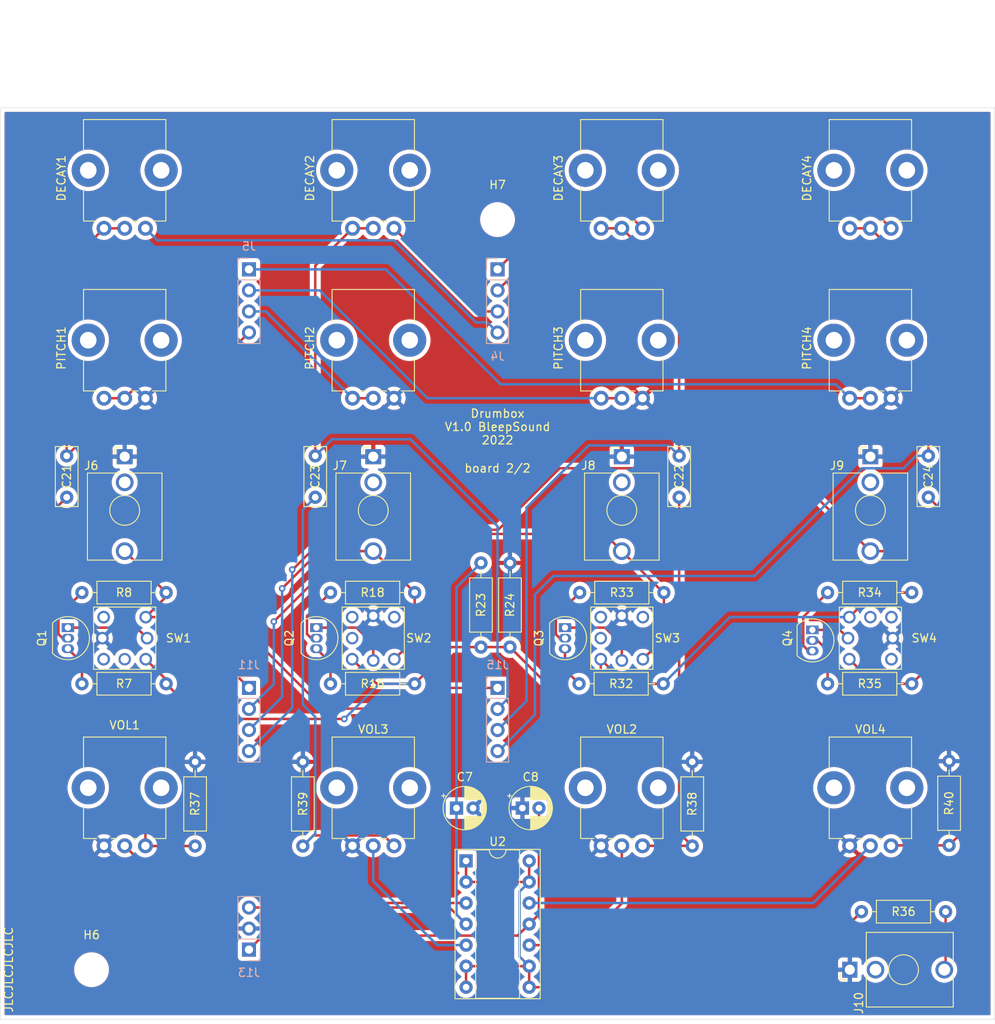
<source format=kicad_pcb>
(kicad_pcb (version 20211014) (generator pcbnew)
  (layers (0 "F.Cu" signal) (31 "B.Cu" signal) (34 "B.Paste" user) (35 "F.Paste" user) (36 "B.SilkS" user "B.Silkscreen") (37 "F.SilkS" user "F.Silkscreen") (38 "B.Mask" user) (39 "F.Mask" user) (44 "Edge.Cuts" user))
  (net 0 "")
  (net 1 "GND")
  (net 2 "O1")
  (net 3 "PIOut2")
  (net 4 "O2")
  (net 5 "PIOut3")
  (net 6 "O3")
  (net 7 "PIOut4")
  (net 8 "O4")
  (net 9 "In1")
  (net 10 "In2")
  (net 11 "In3")
  (net 12 "In4")
  (net 13 "+12V")
  (net 14 "-12V")
  (net 15 "Net-(C23-Pad2)")
  (net 16 "Net-(C24-Pad2)")
  (net 17 "DEIn1")
  (net 18 "DEIn2")
  (net 19 "DEIn3")
  (net 20 "DEIn4")
  (net 21 "PIOut1")
  (net 27 "Out1")
  (net 28 "Net-(Q1-Pad2)")
  (net 29 "Net-(Q1-Pad3)")
  (net 30 "Net-(Q2-Pad2)")
  (net 31 "Net-(Q2-Pad3)")
  (net 32 "Net-(Q3-Pad2)")
  (net 33 "Net-(Q3-Pad3)")
  (net 34 "Net-(Q4-Pad2)")
  (net 35 "Net-(Q4-Pad3)")
  (net 36 "Net-(U2-Pad3)")
  (net 37 "Net-(U2-Pad10)")
  (net 38 "Net-(U2-Pad5)")
  (net 39 "Net-(U2-Pad12)")
  (net 40 "Net-(Q1-Pad1)")
  (net 41 "Net-(Q2-Pad1)")
  (net 42 "Net-(Q3-Pad1)")
  (net 43 "Net-(Q4-Pad1)")
  (net 44 "+5V")
  (net 53 "Net-(C21-Pad2)")
  (net 54 "Net-(C22-Pad2)")
  (net 55 "Net-(J10-PadT)")
  (footprint "Potentiometer_THT:Potentiometer_Bourns_PTV09A-1_Single_Vertical" (layer "F.Cu") (at 91 45.55 90)
    (fp_text reference "DECAY1")
    (fp_text value "470k")
  )
  (footprint "Synth:PB01-109TL" (layer "F.Cu") (at 148.5 95)
    (fp_text reference "SW3")
    (fp_text value "SW_MEC_LOW_PROF_LED")
  )
  (footprint "Resistor_THT:R_Axial_DIN0207_L6.3mm_D2.5mm_P10.16mm_Horizontal" (layer "F.Cu") (at 110 120.08 90)
    (fp_text reference "R39")
    (fp_text value "1M")
  )
  (footprint "Resistor_THT:R_Axial_DIN0207_L6.3mm_D2.5mm_P10.16mm_Horizontal" (layer "F.Cu") (at 187.58 128 180)
    (fp_text reference "R36")
    (fp_text value "1k")
  )
  (footprint "Potentiometer_THT:Potentiometer_Bourns_PTV09A-1_Single_Vertical" (layer "F.Cu") (at 91 66.05 90)
    (fp_text reference "PITCH1")
    (fp_text value "10k")
  )
  (footprint "MountingHole:MountingHole_3.2mm_M3" (layer "F.Cu") (at 84.5 135)
    (fp_text reference "H6")
    (fp_text value "SpacerHoles")
  )
  (footprint "Resistor_THT:R_Axial_DIN0207_L6.3mm_D2.5mm_P10.16mm_Horizontal" (layer "F.Cu") (at 93.5 89.5 180)
    (fp_text reference "R8")
    (fp_text value "100k")
  )
  (footprint "Resistor_THT:R_Axial_DIN0207_L6.3mm_D2.5mm_P10.16mm_Horizontal" (layer "F.Cu") (at 123.5 100.5 180)
    (fp_text reference "R16")
    (fp_text value "1k")
  )
  (footprint "Resistor_THT:R_Axial_DIN0207_L6.3mm_D2.5mm_P10.16mm_Horizontal" (layer "F.Cu") (at 153.5 100.5 180)
    (fp_text reference "R32")
    (fp_text value "1k")
  )
  (footprint "Capacitor_THT:CP_Radial_D5.0mm_P2.00mm" (layer "F.Cu") (at 136.5 115.5)
    (fp_text reference "C8")
    (fp_text value "100n")
  )
  (footprint "Connector_Audio:Jack_3.5mm_QingPu_WQP-PJ398SM_Vertical_CircularHoles" (layer "F.Cu") (at 176.02 135 90)
    (fp_text reference "J10")
    (fp_text value "Main OUT")
  )
  (footprint "Potentiometer_THT:Potentiometer_Bourns_PTV09A-1_Single_Vertical" (layer "F.Cu") (at 151 120.05 90)
    (fp_text reference "VOL2")
    (fp_text value "10k")
  )
  (footprint "Package_TO_SOT_THT:TO-92_Inline" (layer "F.Cu") (at 141.64 93.73 -90)
    (fp_text reference "Q3")
    (fp_text value "2N3904")
  )
  (footprint "Potentiometer_THT:Potentiometer_Bourns_PTV09A-1_Single_Vertical" (layer "F.Cu") (at 151 45.55 90)
    (fp_text reference "DECAY3")
    (fp_text value "470k")
  )
  (footprint "Package_TO_SOT_THT:TO-92_Inline" (layer "F.Cu") (at 81.64 93.73 -90)
    (fp_text reference "Q1")
    (fp_text value "2N3904")
  )
  (footprint "Potentiometer_THT:Potentiometer_Bourns_PTV09A-1_Single_Vertical" (layer "F.Cu") (at 151 66.05 90)
    (fp_text reference "PITCH3")
    (fp_text value "10k")
  )
  (footprint "Potentiometer_THT:Potentiometer_Bourns_PTV09A-1_Single_Vertical" (layer "F.Cu") (at 121 45.55 90)
    (fp_text reference "DECAY2")
    (fp_text value "470k")
  )
  (footprint "Connector_Audio:Jack_3.5mm_QingPu_WQP-PJ398SM_Vertical_CircularHoles" (layer "F.Cu") (at 118.5 73.1)
    (fp_text reference "J7")
    (fp_text value "HBonga IN")
  )
  (footprint "Package_DIP:DIP-14_W7.62mm_Socket" (layer "F.Cu") (at 129.7 121.875)
    (fp_text reference "U2")
    (fp_text value "TL074")
  )
  (footprint "Resistor_THT:R_Axial_DIN0207_L6.3mm_D2.5mm_P10.16mm_Horizontal" (layer "F.Cu") (at 123.5 89.5 180)
    (fp_text reference "R18")
    (fp_text value "100k")
  )
  (footprint "Capacitor_THT:CP_Radial_D5.0mm_P2.00mm" (layer "F.Cu") (at 128.544887 115.5)
    (fp_text reference "C7")
    (fp_text value "100n")
  )
  (footprint "Capacitor_THT:C_Disc_D7.0mm_W2.5mm_P5.00mm" (layer "F.Cu") (at 81.5 73 -90)
    (fp_text reference "C21")
    (fp_text value ".1µF")
  )
  (footprint "Synth:PB01-109TL" (layer "F.Cu") (at 178.5 95 -90)
    (fp_text reference "SW4")
    (fp_text value "SW_MEC_LOW_PROF_LED")
  )
  (footprint "Capacitor_THT:C_Disc_D7.0mm_W2.5mm_P5.00mm" (layer "F.Cu") (at 185.5 73 -90)
    (fp_text reference "C24")
    (fp_text value ".1µF")
  )
  (footprint "Capacitor_THT:C_Disc_D7.0mm_W2.5mm_P5.00mm" (layer "F.Cu") (at 111.5 73 -90)
    (fp_text reference "C23")
    (fp_text value ".1µF")
  )
  (footprint "Synth:PB01-109TL" (layer "F.Cu") (at 118.5 95)
    (fp_text reference "SW2")
    (fp_text value "SW_MEC_LOW_PROF_LED")
  )
  (footprint "Potentiometer_THT:Potentiometer_Bourns_PTV09A-1_Single_Vertical" (layer "F.Cu") (at 181 66.05 90)
    (fp_text reference "PITCH4")
    (fp_text value "10k")
  )
  (footprint "Resistor_THT:R_Axial_DIN0207_L6.3mm_D2.5mm_P10.16mm_Horizontal" (layer "F.Cu") (at 93.5 100.5 180)
    (fp_text reference "R7")
    (fp_text value "1k")
  )
  (footprint "Resistor_THT:R_Axial_DIN0207_L6.3mm_D2.5mm_P10.16mm_Horizontal" (layer "F.Cu") (at 188 120 90)
    (fp_text reference "R40")
    (fp_text value "1M")
  )
  (footprint "Connector_Audio:Jack_3.5mm_QingPu_WQP-PJ398SM_Vertical_CircularHoles" (layer "F.Cu") (at 148.5 73.1)
    (fp_text reference "J8")
    (fp_text value "LBonga IN")
  )
  (footprint "Potentiometer_THT:Potentiometer_Bourns_PTV09A-1_Single_Vertical" (layer "F.Cu") (at 121 120.05 90)
    (fp_text reference "VOL3")
    (fp_text value "10k")
  )
  (footprint "Connector_Audio:Jack_3.5mm_QingPu_WQP-PJ398SM_Vertical_CircularHoles" (layer "F.Cu") (at 178.5 73.1)
    (fp_text reference "J9")
    (fp_text value "Clave IN")
  )
  (footprint "Resistor_THT:R_Axial_DIN0207_L6.3mm_D2.5mm_P10.16mm_Horizontal" (layer "F.Cu") (at 135 96.08 90)
    (fp_text reference "R24")
    (fp_text value "33k")
  )
  (footprint "Synth:PB01-109TL" (layer "F.Cu") (at 88.5 95 90)
    (fp_text reference "SW1")
    (fp_text value "SW_MEC_LOW_PROF_LED")
  )
  (footprint "Package_TO_SOT_THT:TO-92_Inline" (layer "F.Cu") (at 111.64 93.73 -90)
    (fp_text reference "Q2")
    (fp_text value "2N3904")
  )
  (footprint "Resistor_THT:R_Axial_DIN0207_L6.3mm_D2.5mm_P10.16mm_Horizontal" (layer "F.Cu") (at 131.5 85.92 -90)
    (fp_text reference "R23")
    (fp_text value "47k")
  )
  (footprint "Potentiometer_THT:Potentiometer_Bourns_PTV09A-1_Single_Vertical" (layer "F.Cu") (at 121 66.05 90)
    (fp_text reference "PITCH2")
    (fp_text value "10k")
  )
  (footprint "Resistor_THT:R_Axial_DIN0207_L6.3mm_D2.5mm_P10.16mm_Horizontal" (layer "F.Cu") (at 183.5 100.5 180)
    (fp_text reference "R35")
    (fp_text value "100k")
  )
  (footprint "Capacitor_THT:C_Disc_D7.0mm_W2.5mm_P5.00mm" (layer "F.Cu") (at 155.42 73 -90)
    (fp_text reference "C22")
    (fp_text value ".1µF")
  )
  (footprint "Resistor_THT:R_Axial_DIN0207_L6.3mm_D2.5mm_P10.16mm_Horizontal" (layer "F.Cu") (at 183.5 89.5 180)
    (fp_text reference "R34")
    (fp_text value "1k")
  )
  (footprint "Resistor_THT:R_Axial_DIN0207_L6.3mm_D2.5mm_P10.16mm_Horizontal" (layer "F.Cu") (at 157 120.08 90)
    (fp_text reference "R38")
    (fp_text value "1M")
  )
  (footprint "Package_TO_SOT_THT:TO-92_Inline" (layer "F.Cu") (at 171.5 94 -90)
    (fp_text reference "Q4")
    (fp_text value "2N3904")
  )
  (footprint "Potentiometer_THT:Potentiometer_Bourns_PTV09A-1_Single_Vertical" (layer "F.Cu") (at 181 45.55 90)
    (fp_text reference "DECAY4")
    (fp_text value "470k")
  )
  (footprint "Potentiometer_THT:Potentiometer_Bourns_PTV09A-1_Single_Vertical" (layer "F.Cu") (at 91 120.05 90)
    (fp_text reference "VOL1")
    (fp_text value "10k")
  )
  (footprint "Potentiometer_THT:Potentiometer_Bourns_PTV09A-1_Single_Vertical" (layer "F.Cu") (at 181 120.05 90)
    (fp_text reference "VOL4")
    (fp_text value "10k")
  )
  (footprint "MountingHole:MountingHole_3.2mm_M3" (layer "F.Cu") (at 133.5 44.5)
    (fp_text reference "H7")
    (fp_text value "SpacerHoles")
  )
  (footprint "Resistor_THT:R_Axial_DIN0207_L6.3mm_D2.5mm_P10.16mm_Horizontal" (layer "F.Cu") (at 153.58 89.5 180)
    (fp_text reference "R33")
    (fp_text value "100k")
  )
  (footprint "Connector_Audio:Jack_3.5mm_QingPu_WQP-PJ398SM_Vertical_CircularHoles" (layer "F.Cu") (at 88.5 73.1)
    (fp_text reference "J6")
    (fp_text value "Bass IN")
  )
  (footprint "Resistor_THT:R_Axial_DIN0207_L6.3mm_D2.5mm_P10.16mm_Horizontal" (layer "F.Cu") (at 97 120.08 90)
    (fp_text reference "R37")
    (fp_text value "1M")
  )
  (footprint "Connector_PinSocket_2.54mm:PinSocket_1x04_P2.54mm_Vertical" (layer "B.Cu") (at 133.5 101 180)
    (fp_text reference "J15")
    (fp_text value "Conn_01x04_Female")
  )
  (footprint "Connector_PinSocket_2.54mm:PinSocket_1x04_P2.54mm_Vertical" (layer "B.Cu") (at 103.5 101 180)
    (fp_text reference "J11")
    (fp_text value "Conn_01x04_Female")
  )
  (footprint "Connector_PinSocket_2.54mm:PinSocket_1x04_P2.54mm_Vertical" (layer "B.Cu") (at 133.5 50.5 180)
    (fp_text reference "J4")
    (fp_text value "Conn_01x04_Female")
  )
  (footprint "Connector_PinSocket_2.54mm:PinSocket_1x04_P2.54mm_Vertical" (layer "B.Cu") (at 103.5 50.5 180)
    (fp_text reference "J5")
    (fp_text value "Conn_01x04_Female")
  )
  (footprint "Connector_PinSocket_2.54mm:PinSocket_1x03_P2.54mm_Vertical" (layer "B.Cu") (at 103.5 132.58)
    (fp_text reference "J13")
    (fp_text value "Conn_01x03_Female")
  )
  (gr_line (start 73.5 31) (end 193.5 31) (layer "Edge.Cuts") (width 0.05))
  (gr_line (start 193.5 31) (end 193.500001 141) (layer "Edge.Cuts") (width 0.05))
  (gr_line (start 73.5 31) (end 73.5 141) (layer "Edge.Cuts") (width 0.05))
  (gr_line (start 73.5 141) (end 193.500001 141) (layer "Edge.Cuts") (width 0.05))
  (gr_text "board 2/2" (at 133.5 74.5) (layer "F.SilkS") (effects (font (size 1 1))))
  (gr_text "Drumbox\nV1.0 BleepSound\n2022" (at 133.5 69.5) (layer "F.SilkS") (effects (font (size 1 1))))
  (gr_text "JLCJLCJLCJLC\n" (at 74.5 135 90) (layer "F.SilkS") (effects (font (size 1 1))))
  (segment (start 112.5 103.5) (end 96 87) (width 0.3) (layer "F.Cu") (net 2))
  (segment (start 133.5 101) (end 127 101) (width 0.3) (layer "F.Cu") (net 2))
  (segment (start 96 87) (end 96 73.5) (width 0.3) (layer "F.Cu") (net 2))
  (segment (start 86 45.55) (end 88.5 45.55) (width 0.3) (layer "F.Cu") (net 2))
  (segment (start 94 71.5) (end 83 71.5) (width 0.3) (layer "F.Cu") (net 2))
  (segment (start 81.5 50.05) (end 81.5 73) (width 0.3) (layer "F.Cu") (net 2))
  (segment (start 124.5 103.5) (end 112.5 103.5) (width 0.3) (layer "F.Cu") (net 2))
  (segment (start 86 45.55) (end 81.5 50.05) (width 0.3) (layer "F.Cu") (net 2))
  (segment (start 83 71.5) (end 81.5 73) (width 0.3) (layer "F.Cu") (net 2))
  (segment (start 96 73.5) (end 94 71.5) (width 0.3) (layer "F.Cu") (net 2))
  (segment (start 127 101) (end 124.5 103.5) (width 0.3) (layer "F.Cu") (net 2))
  (segment (start 116 66.05) (end 118.5 66.05) (width 0.3) (layer "F.Cu") (net 3))
  (segment (start 105.53 55.58) (end 103.5 55.58) (width 0.3) (layer "B.Cu") (net 3))
  (segment (start 116 66.05) (end 105.53 55.58) (width 0.3) (layer "B.Cu") (net 3))
  (segment (start 111.5 50.05) (end 111.5 73) (width 0.3) (layer "F.Cu") (net 4))
  (segment (start 116 45.55) (end 118.5 45.55) (width 0.3) (layer "F.Cu") (net 4))
  (segment (start 116 45.55) (end 111.5 50.05) (width 0.3) (layer "F.Cu") (net 4))
  (segment (start 133.5 81.5) (end 123 71) (width 0.3) (layer "B.Cu") (net 4))
  (segment (start 134.7 98.2) (end 133.5 97) (width 0.3) (layer "B.Cu") (net 4))
  (segment (start 123 71) (end 113.5 71) (width 0.3) (layer "B.Cu") (net 4))
  (segment (start 133.5 103.54) (end 134.7 102.34) (width 0.3) (layer "B.Cu") (net 4))
  (segment (start 133.5 97) (end 133.5 81.5) (width 0.3) (layer "B.Cu") (net 4))
  (segment (start 134.7 102.34) (end 134.7 98.2) (width 0.3) (layer "B.Cu") (net 4))
  (segment (start 113.5 71) (end 111.5 73) (width 0.3) (layer "B.Cu") (net 4))
  (segment (start 146 66.05) (end 148.5 66.05) (width 0.3) (layer "F.Cu") (net 5))
  (segment (start 112.04 53.04) (end 103.5 53.04) (width 0.3) (layer "B.Cu") (net 5))
  (segment (start 125.05 66.05) (end 112.04 53.04) (width 0.3) (layer "B.Cu") (net 5))
  (segment (start 146 66.05) (end 125.05 66.05) (width 0.3) (layer "B.Cu") (net 5))
  (segment (start 146 45.55) (end 148.5 45.55) (width 0.3) (layer "F.Cu") (net 6))
  (segment (start 155.42 52.47) (end 148.5 45.55) (width 0.3) (layer "F.Cu") (net 6))
  (segment (start 155.42 73) (end 155.42 52.47) (width 0.3) (layer "F.Cu") (net 6))
  (segment (start 137 102.5) (end 137 102.58) (width 0.3) (layer "B.Cu") (net 6))
  (segment (start 137 102.58) (end 133.5 106.08) (width 0.3) (layer "B.Cu") (net 6))
  (segment (start 154.17 71.75) (end 144.5 71.75) (width 0.3) (layer "B.Cu") (net 6))
  (segment (start 144.5 71.75) (end 137 79.25) (width 0.3) (layer "B.Cu") (net 6))
  (segment (start 137 79.25) (end 137 102.5) (width 0.3) (layer "B.Cu") (net 6))
  (segment (start 155.42 73) (end 154.17 71.75) (width 0.3) (layer "B.Cu") (net 6))
  (segment (start 176 66.05) (end 178.5 66.05) (width 0.3) (layer "F.Cu") (net 7))
  (segment (start 174.317846 64.367846) (end 176 66.05) (width 0.3) (layer "B.Cu") (net 7))
  (segment (start 103.5 50.5) (end 120 50.5) (width 0.3) (layer "B.Cu") (net 7))
  (segment (start 120 50.5) (end 133.867846 64.367846) (width 0.3) (layer "B.Cu") (net 7))
  (segment (start 133.867846 64.367846) (end 174.317846 64.367846) (width 0.3) (layer "B.Cu") (net 7))
  (segment (start 178.5 45.55) (end 185.5 52.55) (width 0.3) (layer "F.Cu") (net 8))
  (segment (start 176 45.55) (end 178.5 45.55) (width 0.3) (layer "F.Cu") (net 8))
  (segment (start 185.5 52.55) (end 185.5 73) (width 0.3) (layer "F.Cu") (net 8))
  (segment (start 138 104.25) (end 138 89.75) (width 0.3) (layer "B.Cu") (net 8))
  (segment (start 140.25 87.5) (end 164.5 87.5) (width 0.3) (layer "B.Cu") (net 8))
  (segment (start 182.5 74.5) (end 184 73) (width 0.3) (layer "B.Cu") (net 8))
  (segment (start 164.5 87.5) (end 177.5 74.5) (width 0.3) (layer "B.Cu") (net 8))
  (segment (start 133.5 108.62) (end 133.63 108.62) (width 0.3) (layer "B.Cu") (net 8))
  (segment (start 133.63 108.62) (end 138 104.25) (width 0.3) (layer "B.Cu") (net 8))
  (segment (start 184 73) (end 185.5 73) (width 0.3) (layer "B.Cu") (net 8))
  (segment (start 177.5 74.5) (end 182.5 74.5) (width 0.3) (layer "B.Cu") (net 8))
  (segment (start 138 89.75) (end 140.25 87.5) (width 0.3) (layer "B.Cu") (net 8))
  (segment (start 88.5 84.5) (end 93.5 89.5) (width 0.3) (layer "F.Cu") (net 9))
  (segment (start 91.04 92.46) (end 94.96 92.46) (width 0.3) (layer "F.Cu") (net 9))
  (segment (start 93.5 90) (end 93.5 89.5) (width 0.3) (layer "F.Cu") (net 9))
  (segment (start 94.96 92.46) (end 103.5 101) (width 0.3) (layer "F.Cu") (net 9))
  (segment (start 91.04 92.46) (end 93.5 90) (width 0.3) (layer "F.Cu") (net 9))
  (segment (start 115 84.5) (end 107 92.5) (width 0.3) (layer "F.Cu") (net 10))
  (segment (start 118.5 84.5) (end 115 84.5) (width 0.3) (layer "F.Cu") (net 10))
  (segment (start 121.04 97.54) (end 123.5 95.08) (width 0.3) (layer "F.Cu") (net 10))
  (segment (start 107 92.5) (end 106.5 93) (width 0.3) (layer "F.Cu") (net 10))
  (segment (start 118.5 84.5) (end 123.5 89.5) (width 0.3) (layer "F.Cu") (net 10))
  (segment (start 123.5 95.08) (end 123.5 89.5) (width 0.3) (layer "F.Cu") (net 10))
  (via (at 106.5 93) (size 0.8) (drill 0.4) (layers "F.Cu" "B.Cu") (net 10))
  (segment (start 106.5 93) (end 106.5 100.54) (width 0.3) (layer "B.Cu") (net 10))
  (segment (start 106.5 100.54) (end 103.5 103.54) (width 0.3) (layer "B.Cu") (net 10))
  (segment (start 107.5 89) (end 114.075266 82.424734) (width 0.3) (layer "F.Cu") (net 11))
  (segment (start 146.424734 82.424734) (end 148.5 84.5) (width 0.3) (layer "F.Cu") (net 11))
  (segment (start 148.5 84.5) (end 153.5 89.5) (width 0.3) (layer "F.Cu") (net 11))
  (segment (start 114.075266 82.424734) (end 146.424734 82.424734) (width 0.3) (layer "F.Cu") (net 11))
  (segment (start 153.58 95) (end 153.58 89.5) (width 0.3) (layer "F.Cu") (net 11))
  (segment (start 153.5 89.5) (end 153.58 89.5) (width 0.3) (layer "F.Cu") (net 11))
  (segment (start 151.04 97.54) (end 153.58 95) (width 0.3) (layer "F.Cu") (net 11))
  (via (at 107.5 89) (size 0.8) (drill 0.4) (layers "F.Cu" "B.Cu") (net 11))
  (segment (start 107.5 102.08) (end 103.5 106.08) (width 0.3) (layer "B.Cu") (net 11))
  (segment (start 107.5 89) (end 107.5 102.08) (width 0.3) (layer "B.Cu") (net 11))
  (segment (start 183.5 100.5) (end 185.5 98.5) (width 0.3) (layer "F.Cu") (net 12))
  (segment (start 133.575266 81.924734) (end 113.575266 81.924734) (width 0.3) (layer "F.Cu") (net 12))
  (segment (start 180.819312 84.5) (end 178.5 84.5) (width 0.3) (layer "F.Cu") (net 12))
  (segment (start 183.5 100.5) (end 178.92 100.5) (width 0.3) (layer "F.Cu") (net 12))
  (segment (start 178.92 100.5) (end 175.96 97.54) (width 0.3) (layer "F.Cu") (net 12))
  (segment (start 141 74.5) (end 133.575266 81.924734) (width 0.3) (layer "F.Cu") (net 12))
  (segment (start 185.5 98.5) (end 185.5 89.180688) (width 0.3) (layer "F.Cu") (net 12))
  (segment (start 113.575266 81.924734) (end 109 86.5) (width 0.3) (layer "F.Cu") (net 12))
  (segment (start 109 86.5) (end 108.779977 86.720023) (width 0.3) (layer "F.Cu") (net 12))
  (segment (start 178.5 84.5) (end 168.5 74.5) (width 0.3) (layer "F.Cu") (net 12))
  (segment (start 185.5 89.180688) (end 180.819312 84.5) (width 0.3) (layer "F.Cu") (net 12))
  (segment (start 168.5 74.5) (end 141 74.5) (width 0.3) (layer "F.Cu") (net 12))
  (segment (start 108.779977 86.720023) (end 108.720023 86.720023) (width 0.3) (layer "F.Cu") (net 12))
  (via (at 108.720023 86.720023) (size 0.8) (drill 0.4) (layers "F.Cu" "B.Cu") (net 12))
  (segment (start 108.720023 103.399977) (end 103.5 108.62) (width 0.3) (layer "B.Cu") (net 12))
  (segment (start 108.720023 86.720023) (end 108.720023 103.399977) (width 0.3) (layer "B.Cu") (net 12))
  (segment (start 127.705 127.5) (end 129.7 129.495) (width 0.3) (layer "F.Cu") (net 13))
  (segment (start 103.5 127.5) (end 127.705 127.5) (width 0.3) (layer "F.Cu") (net 13))
  (segment (start 131.5 85.92) (end 128.544887 88.875113) (width 0.3) (layer "B.Cu") (net 13))
  (segment (start 128.544887 88.875113) (end 128.544887 115.5) (width 0.3) (layer "B.Cu") (net 13))
  (segment (start 129.7 129.495) (end 128.544887 128.339887) (width 0.3) (layer "B.Cu") (net 13))
  (segment (start 128.544887 128.339887) (end 128.544887 115.5) (width 0.3) (layer "B.Cu") (net 13))
  (segment (start 137.32 129.495) (end 135.93 130.885) (width 0.3) (layer "F.Cu") (net 14))
  (segment (start 138.5 128.315) (end 137.32 129.495) (width 0.3) (layer "F.Cu") (net 14))
  (segment (start 135.93 130.885) (end 105.195 130.885) (width 0.3) (layer "F.Cu") (net 14))
  (segment (start 138.5 115.5) (end 138.5 128.315) (width 0.3) (layer "F.Cu") (net 14))
  (segment (start 105.195 130.885) (end 103.5 132.58) (width 0.3) (layer "F.Cu") (net 14))
  (segment (start 111.28 118.8) (end 119.75 118.8) (width 0.3) (layer "F.Cu") (net 15))
  (segment (start 119.75 118.8) (end 121 120.05) (width 0.3) (layer "F.Cu") (net 15))
  (segment (start 110 120.08) (end 111.28 118.8) (width 0.3) (layer "F.Cu") (net 15))
  (segment (start 111.5 104.5) (end 111.5 118.58) (width 0.3) (layer "B.Cu") (net 15))
  (segment (start 111.5 118.58) (end 110 120.08) (width 0.3) (layer "B.Cu") (net 15))
  (segment (start 110 79.5) (end 110 103) (width 0.3) (layer "B.Cu") (net 15))
  (segment (start 110 103) (end 111.5 104.5) (width 0.3) (layer "B.Cu") (net 15))
  (segment (start 111.5 78) (end 110 79.5) (width 0.3) (layer "B.Cu") (net 15))
  (segment (start 190 118) (end 190 82.5) (width 0.3) (layer "F.Cu") (net 16))
  (segment (start 190 82.5) (end 185.5 78) (width 0.3) (layer "F.Cu") (net 16))
  (segment (start 188 120) (end 190 118) (width 0.3) (layer "F.Cu") (net 16))
  (segment (start 181.05 120) (end 181 120.05) (width 0.3) (layer "F.Cu") (net 16))
  (segment (start 188 120) (end 181.05 120) (width 0.3) (layer "F.Cu") (net 16))
  (segment (start 130.9 56.9) (end 121 47) (width 0.3) (layer "B.Cu") (net 17))
  (segment (start 132.28 56.9) (end 130.9 56.9) (width 0.3) (layer "B.Cu") (net 17))
  (segment (start 133.5 58.12) (end 132.28 56.9) (width 0.3) (layer "B.Cu") (net 17))
  (segment (start 121 47) (end 92.45 47) (width 0.3) (layer "B.Cu") (net 17))
  (segment (start 92.45 47) (end 91 45.55) (width 0.3) (layer "B.Cu") (net 17))
  (segment (start 133.5 55.58) (end 131.03 55.58) (width 0.3) (layer "F.Cu") (net 18))
  (segment (start 131.03 55.58) (end 121 45.55) (width 0.3) (layer "F.Cu") (net 18))
  (segment (start 142.5 44.04) (end 133.5 53.04) (width 0.3) (layer "F.Cu") (net 19))
  (segment (start 142.5 44) (end 142.5 44.04) (width 0.3) (layer "F.Cu") (net 19))
  (segment (start 149.45 44) (end 142.5 44) (width 0.3) (layer "F.Cu") (net 19))
  (segment (start 151 45.55) (end 149.45 44) (width 0.3) (layer "F.Cu") (net 19))
  (segment (start 140.5 43.5) (end 178.95 43.5) (width 0.3) (layer "F.Cu") (net 20))
  (segment (start 178.95 43.5) (end 181 45.55) (width 0.3) (layer "F.Cu") (net 20))
  (segment (start 133.5 50.5) (end 140.5 43.5) (width 0.3) (layer "F.Cu") (net 20))
  (segment (start 88.5 66.05) (end 86 66.05) (width 0.3) (layer "F.Cu") (net 21))
  (segment (start 103.5 58.12) (end 99.62 62) (width 0.3) (layer "F.Cu") (net 21))
  (segment (start 92.55 62) (end 88.5 66.05) (width 0.3) (layer "F.Cu") (net 21))
  (segment (start 99.62 62) (end 92.55 62) (width 0.3) (layer "F.Cu") (net 21))
  (segment (start 137.32 134.575) (end 137.32 137.115) (width 0.3) (layer "F.Cu") (net 27))
  (segment (start 137.32 121.875) (end 137.32 124.415) (width 0.3) (layer "F.Cu") (net 27))
  (segment (start 129.7 121.875) (end 129.7 124.415) (width 0.3) (layer "F.Cu") (net 27))
  (segment (start 137.32 137.115) (end 168.305 137.115) (width 0.3) (layer "F.Cu") (net 27))
  (segment (start 129.7 134.575) (end 137.32 134.575) (width 0.3) (layer "F.Cu") (net 27))
  (segment (start 129.7 124.415) (end 137.32 124.415) (width 0.3) (layer "F.Cu") (net 27))
  (segment (start 168.305 137.115) (end 177.42 128) (width 0.3) (layer "F.Cu") (net 27))
  (segment (start 129.7 134.575) (end 129.7 137.115) (width 0.3) (layer "F.Cu") (net 27))
  (segment (start 136.170489 133.425489) (end 137.32 134.575) (width 0.3) (layer "B.Cu") (net 27))
  (segment (start 136.170489 125.564511) (end 136.170489 133.425489) (width 0.3) (layer "B.Cu") (net 27))
  (segment (start 137.32 124.415) (end 136.170489 125.564511) (width 0.3) (layer "B.Cu") (net 27))
  (segment (start 81 95) (end 81.64 95) (width 0.3) (layer "F.Cu") (net 28))
  (segment (start 80.5 92.34) (end 80.5 94.5) (width 0.3) (layer "F.Cu") (net 28))
  (segment (start 80.5 94.5) (end 81 95) (width 0.3) (layer "F.Cu") (net 28))
  (segment (start 83.34 89.5) (end 80.5 92.34) (width 0.3) (layer "F.Cu") (net 28))
  (segment (start 83.34 97.97) (end 81.64 96.27) (width 0.3) (layer "F.Cu") (net 29))
  (segment (start 83.34 100.5) (end 83.34 97.97) (width 0.3) (layer "F.Cu") (net 29))
  (segment (start 110.5 94.5) (end 110.5 92.34) (width 0.3) (layer "F.Cu") (net 30))
  (segment (start 111 95) (end 110.5 94.5) (width 0.3) (layer "F.Cu") (net 30))
  (segment (start 111.64 95) (end 111 95) (width 0.3) (layer "F.Cu") (net 30))
  (segment (start 110.5 92.34) (end 113.34 89.5) (width 0.3) (layer "F.Cu") (net 30))
  (segment (start 113.34 100.5) (end 113.34 97.97) (width 0.3) (layer "F.Cu") (net 31))
  (segment (start 113.34 97.97) (end 111.64 96.27) (width 0.3) (layer "F.Cu") (net 31))
  (segment (start 143.42 89.5) (end 140.54 92.38) (width 0.3) (layer "F.Cu") (net 32))
  (segment (start 140.54 94.54) (end 141 95) (width 0.3) (layer "F.Cu") (net 32))
  (segment (start 140.54 92.38) (end 140.54 94.54) (width 0.3) (layer "F.Cu") (net 32))
  (segment (start 141 95) (end 141.64 95) (width 0.3) (layer "F.Cu") (net 32))
  (segment (start 141.64 96.27) (end 141.64 98.8) (width 0.3) (layer "F.Cu") (net 33))
  (segment (start 141.64 98.8) (end 143.34 100.5) (width 0.3) (layer "F.Cu") (net 33))
  (segment (start 172.1 95.27) (end 173.34 96.51) (width 0.3) (layer "F.Cu") (net 34))
  (segment (start 173.34 96.51) (end 173.34 100.5) (width 0.3) (layer "F.Cu") (net 34))
  (segment (start 171.5 95.27) (end 172.1 95.27) (width 0.3) (layer "F.Cu") (net 34))
  (segment (start 170.4 95.9) (end 170.4 92.44) (width 0.3) (layer "F.Cu") (net 35))
  (segment (start 171.5 96.54) (end 171.04 96.54) (width 0.3) (layer "F.Cu") (net 35))
  (segment (start 171.04 96.54) (end 170.4 95.9) (width 0.3) (layer "F.Cu") (net 35))
  (segment (start 170.4 92.44) (end 173.34 89.5) (width 0.3) (layer "F.Cu") (net 35))
  (segment (start 106.955 126.955) (end 104.5 124.5) (width 0.3) (layer "F.Cu") (net 36))
  (segment (start 129.7 126.955) (end 106.955 126.955) (width 0.3) (layer "F.Cu") (net 36))
  (segment (start 92.95 124.5) (end 88.5 120.05) (width 0.3) (layer "F.Cu") (net 36))
  (segment (start 104.5 124.5) (end 92.95 124.5) (width 0.3) (layer "F.Cu") (net 36))
  (segment (start 143.465 132.035) (end 148.5 127) (width 0.3) (layer "F.Cu") (net 37))
  (segment (start 137.32 132.035) (end 143.465 132.035) (width 0.3) (layer "F.Cu") (net 37))
  (segment (start 148.5 127) (end 148.5 120.05) (width 0.3) (layer "F.Cu") (net 37))
  (segment (start 118.5 124.317767) (end 118.5 120.05) (width 0.3) (layer "B.Cu") (net 38))
  (segment (start 129.7 132.035) (end 126.217233 132.035) (width 0.3) (layer "B.Cu") (net 38))
  (segment (start 126.217233 132.035) (end 118.5 124.317767) (width 0.3) (layer "B.Cu") (net 38))
  (segment (start 137.32 126.955) (end 171.595 126.955) (width 0.3) (layer "B.Cu") (net 39))
  (segment (start 171.595 126.955) (end 178.5 120.05) (width 0.3) (layer "B.Cu") (net 39))
  (segment (start 89.93 93.73) (end 81.64 93.73) (width 0.3) (layer "F.Cu") (net 40))
  (segment (start 91.2 95) (end 89.93 93.73) (width 0.3) (layer "F.Cu") (net 40))
  (segment (start 118.5 95.75) (end 118.5 97.7) (width 0.3) (layer "F.Cu") (net 41))
  (segment (start 111.64 93.73) (end 116.48 93.73) (width 0.3) (layer "F.Cu") (net 41))
  (segment (start 116.48 93.73) (end 118.5 95.75) (width 0.3) (layer "F.Cu") (net 41))
  (segment (start 141.64 93.73) (end 146.48 93.73) (width 0.3) (layer "F.Cu") (net 42))
  (segment (start 148.5 95.75) (end 148.5 97.7) (width 0.3) (layer "F.Cu") (net 42))
  (segment (start 146.48 93.73) (end 148.5 95.75) (width 0.3) (layer "F.Cu") (net 42))
  (segment (start 175.8 95) (end 174.8 94) (width 0.3) (layer "F.Cu") (net 43))
  (segment (start 174.8 94) (end 171.5 94) (width 0.3) (layer "F.Cu") (net 43))
  (segment (start 131.5 96.08) (end 127.92 96.08) (width 0.3) (layer "F.Cu") (net 44))
  (segment (start 115.96 97.54) (end 118.92 100.5) (width 0.3) (layer "F.Cu") (net 44))
  (segment (start 145.96 97.54) (end 148.92 100.5) (width 0.3) (layer "F.Cu") (net 44))
  (segment (start 118.92 100.5) (end 123.5 100.5) (width 0.3) (layer "F.Cu") (net 44))
  (segment (start 115 104.75) (end 97.75 104.75) (width 0.3) (layer "F.Cu") (net 44))
  (segment (start 127.92 96.08) (end 123.5 100.5) (width 0.3) (layer "F.Cu") (net 44))
  (segment (start 178.92 89.5) (end 175.96 92.46) (width 0.3) (layer "F.Cu") (net 44))
  (segment (start 183.5 89.5) (end 178.92 89.5) (width 0.3) (layer "F.Cu") (net 44))
  (segment (start 135 96.08) (end 141.42 102.5) (width 0.3) (layer "F.Cu") (net 44))
  (segment (start 91.04 97.54) (end 93.5 100) (width 0.3) (layer "F.Cu") (net 44))
  (segment (start 145.96 97.54) (end 145.96 100.04) (width 0.3) (layer "F.Cu") (net 44))
  (segment (start 141.42 102.5) (end 143.5 102.5) (width 0.3) (layer "F.Cu") (net 44))
  (segment (start 93.5 100) (end 93.5 100.5) (width 0.3) (layer "F.Cu") (net 44))
  (segment (start 135 96.08) (end 131.5 96.08) (width 0.3) (layer "F.Cu") (net 44))
  (segment (start 97.75 104.75) (end 93.5 100.5) (width 0.3) (layer "F.Cu") (net 44))
  (segment (start 148.92 100.5) (end 153.5 100.5) (width 0.3) (layer "F.Cu") (net 44))
  (segment (start 145.96 100.04) (end 143.5 102.5) (width 0.3) (layer "F.Cu") (net 44))
  (via (at 115 104.75) (size 0.8) (drill 0.4) (layers "F.Cu" "B.Cu") (net 44))
  (segment (start 161.54 92.46) (end 153.5 100.5) (width 0.3) (layer "B.Cu") (net 44))
  (segment (start 119.25 100.5) (end 123.5 100.5) (width 0.3) (layer "B.Cu") (net 44))
  (segment (start 175.96 92.46) (end 161.54 92.46) (width 0.3) (layer "B.Cu") (net 44))
  (segment (start 115 104.75) (end 119.25 100.5) (width 0.3) (layer "B.Cu") (net 44))
  (segment (start 79 80.5) (end 79 103) (width 0.3) (layer "F.Cu") (net 53))
  (segment (start 81.5 78) (end 79 80.5) (width 0.3) (layer "F.Cu") (net 53))
  (segment (start 91.03 120.08) (end 91 120.05) (width 0.3) (layer "F.Cu") (net 53))
  (segment (start 79 103) (end 91 115) (width 0.3) (layer "F.Cu") (net 53))
  (segment (start 97 120.08) (end 91.03 120.08) (width 0.3) (layer "F.Cu") (net 53))
  (segment (start 91 115) (end 91 120.05) (width 0.3) (layer "F.Cu") (net 53))
  (segment (start 155.42 118.5) (end 157 120.08) (width 0.3) (layer "F.Cu") (net 54))
  (segment (start 151 120.05) (end 156.97 120.05) (width 0.3) (layer "F.Cu") (net 54))
  (segment (start 156.97 120.05) (end 157 120.08) (width 0.3) (layer "F.Cu") (net 54))
  (segment (start 155.42 78) (end 155.42 118.5) (width 0.3) (layer "F.Cu") (net 54))
  (segment (start 187.58 134.84) (end 187.42 135) (width 0.3) (layer "F.Cu") (net 55))
  (segment (start 187.58 128) (end 187.58 134.84) (width 0.3) (layer "F.Cu") (net 55))
  (zone (net 1) (net_name "GND") (layer "F.Cu") (connect_pads (clearance 0.508)) (min_thickness 0.254) (fill yes (thermal_gap 0.508) (thermal_bridge_width 0.508))
    (polygon (pts (xy 193.5 141) (xy 73.5 141) (xy 73.5 31) (xy 193.5 31)))
  )
  (zone (net 1) (net_name "GND") (layer "B.Cu") (connect_pads (clearance 0.508)) (min_thickness 0.254) (fill yes (thermal_gap 0.508) (thermal_bridge_width 0.508))
    (polygon (pts (xy 193.5 141) (xy 73.5 141) (xy 73.5 31) (xy 193.5 31)))
  )
)
</source>
